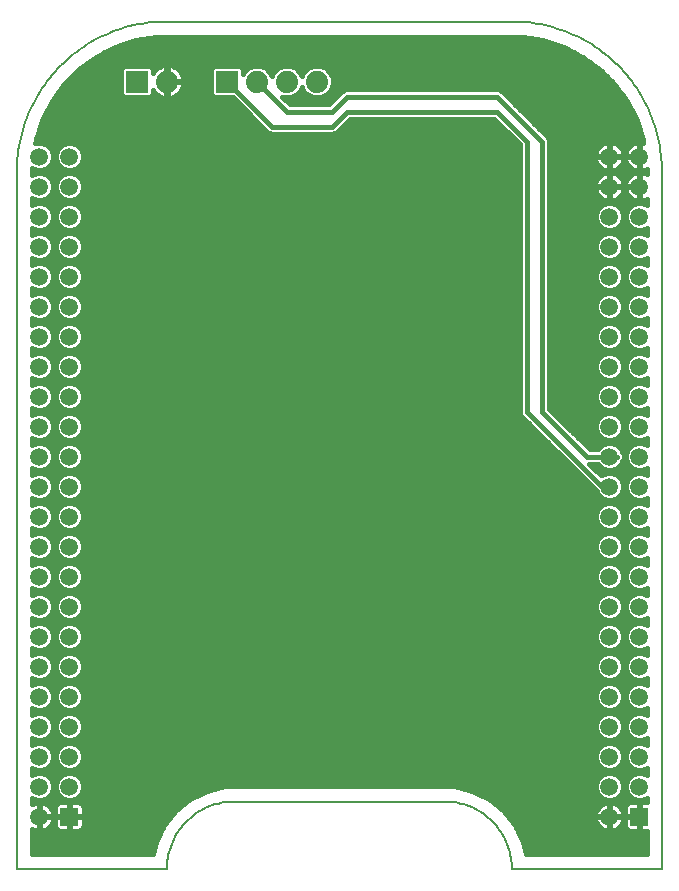
<source format=gbl>
G75*
%MOIN*%
%OFA0B0*%
%FSLAX24Y24*%
%IPPOS*%
%LPD*%
%AMOC8*
5,1,8,0,0,1.08239X$1,22.5*
%
%ADD10C,0.0050*%
%ADD11R,0.0594X0.0594*%
%ADD12C,0.0594*%
%ADD13R,0.0740X0.0740*%
%ADD14C,0.0740*%
%ADD15C,0.0160*%
D10*
X000500Y006250D02*
X005500Y006250D01*
X005502Y006343D01*
X005508Y006436D01*
X005517Y006528D01*
X005531Y006620D01*
X005548Y006712D01*
X005569Y006802D01*
X005594Y006892D01*
X005622Y006981D01*
X005654Y007068D01*
X005690Y007154D01*
X005729Y007238D01*
X005771Y007321D01*
X005817Y007402D01*
X005866Y007481D01*
X005919Y007557D01*
X005974Y007632D01*
X006033Y007704D01*
X006095Y007774D01*
X006159Y007841D01*
X006226Y007905D01*
X006296Y007967D01*
X006368Y008026D01*
X006443Y008081D01*
X006519Y008134D01*
X006598Y008183D01*
X006679Y008229D01*
X006762Y008271D01*
X006846Y008310D01*
X006932Y008346D01*
X007019Y008378D01*
X007108Y008406D01*
X007198Y008431D01*
X007288Y008452D01*
X007380Y008469D01*
X007472Y008483D01*
X007564Y008492D01*
X007657Y008498D01*
X007750Y008500D01*
X014750Y008500D01*
X014843Y008498D01*
X014936Y008492D01*
X015028Y008483D01*
X015120Y008469D01*
X015212Y008452D01*
X015302Y008431D01*
X015392Y008406D01*
X015481Y008378D01*
X015568Y008346D01*
X015654Y008310D01*
X015738Y008271D01*
X015821Y008229D01*
X015902Y008183D01*
X015981Y008134D01*
X016057Y008081D01*
X016132Y008026D01*
X016204Y007967D01*
X016274Y007905D01*
X016341Y007841D01*
X016405Y007774D01*
X016467Y007704D01*
X016526Y007632D01*
X016581Y007557D01*
X016634Y007481D01*
X016683Y007402D01*
X016729Y007321D01*
X016771Y007238D01*
X016810Y007154D01*
X016846Y007068D01*
X016878Y006981D01*
X016906Y006892D01*
X016931Y006802D01*
X016952Y006712D01*
X016969Y006620D01*
X016983Y006528D01*
X016992Y006436D01*
X016998Y006343D01*
X017000Y006250D01*
X022000Y006250D01*
X022000Y029500D01*
X021998Y029640D01*
X021992Y029780D01*
X021982Y029920D01*
X021969Y030060D01*
X021951Y030199D01*
X021929Y030338D01*
X021904Y030475D01*
X021875Y030613D01*
X021842Y030749D01*
X021805Y030884D01*
X021764Y031018D01*
X021719Y031151D01*
X021671Y031283D01*
X021619Y031413D01*
X021564Y031542D01*
X021505Y031669D01*
X021442Y031795D01*
X021376Y031919D01*
X021307Y032040D01*
X021234Y032160D01*
X021157Y032278D01*
X021078Y032393D01*
X020995Y032507D01*
X020909Y032617D01*
X020820Y032726D01*
X020728Y032832D01*
X020633Y032935D01*
X020536Y033036D01*
X020435Y033133D01*
X020332Y033228D01*
X020226Y033320D01*
X020117Y033409D01*
X020007Y033495D01*
X019893Y033578D01*
X019778Y033657D01*
X019660Y033734D01*
X019540Y033807D01*
X019419Y033876D01*
X019295Y033942D01*
X019169Y034005D01*
X019042Y034064D01*
X018913Y034119D01*
X018783Y034171D01*
X018651Y034219D01*
X018518Y034264D01*
X018384Y034305D01*
X018249Y034342D01*
X018113Y034375D01*
X017975Y034404D01*
X017838Y034429D01*
X017699Y034451D01*
X017560Y034469D01*
X017420Y034482D01*
X017280Y034492D01*
X017140Y034498D01*
X017000Y034500D01*
X005500Y034500D01*
X005360Y034498D01*
X005220Y034492D01*
X005080Y034482D01*
X004940Y034469D01*
X004801Y034451D01*
X004662Y034429D01*
X004525Y034404D01*
X004387Y034375D01*
X004251Y034342D01*
X004116Y034305D01*
X003982Y034264D01*
X003849Y034219D01*
X003717Y034171D01*
X003587Y034119D01*
X003458Y034064D01*
X003331Y034005D01*
X003205Y033942D01*
X003081Y033876D01*
X002960Y033807D01*
X002840Y033734D01*
X002722Y033657D01*
X002607Y033578D01*
X002493Y033495D01*
X002383Y033409D01*
X002274Y033320D01*
X002168Y033228D01*
X002065Y033133D01*
X001964Y033036D01*
X001867Y032935D01*
X001772Y032832D01*
X001680Y032726D01*
X001591Y032617D01*
X001505Y032507D01*
X001422Y032393D01*
X001343Y032278D01*
X001266Y032160D01*
X001193Y032040D01*
X001124Y031919D01*
X001058Y031795D01*
X000995Y031669D01*
X000936Y031542D01*
X000881Y031413D01*
X000829Y031283D01*
X000781Y031151D01*
X000736Y031018D01*
X000695Y030884D01*
X000658Y030749D01*
X000625Y030613D01*
X000596Y030475D01*
X000571Y030338D01*
X000549Y030199D01*
X000531Y030060D01*
X000518Y029920D01*
X000508Y029780D01*
X000502Y029640D01*
X000500Y029500D01*
X000500Y006250D01*
D11*
X002250Y008000D03*
X021250Y008000D03*
D12*
X021250Y009000D03*
X021250Y010000D03*
X021250Y011000D03*
X021250Y012000D03*
X021250Y013000D03*
X021250Y014000D03*
X021250Y015000D03*
X021250Y016000D03*
X021250Y017000D03*
X021250Y018000D03*
X021250Y019000D03*
X021250Y020000D03*
X021250Y021000D03*
X021250Y022000D03*
X021250Y023000D03*
X021250Y024000D03*
X021250Y025000D03*
X021250Y026000D03*
X021250Y027000D03*
X021250Y028000D03*
X021250Y029000D03*
X021250Y030000D03*
X020250Y030000D03*
X020250Y029000D03*
X020250Y028000D03*
X020250Y027000D03*
X020250Y026000D03*
X020250Y025000D03*
X020250Y024000D03*
X020250Y023000D03*
X020250Y022000D03*
X020250Y021000D03*
X020250Y020000D03*
X020250Y019000D03*
X020250Y018000D03*
X020250Y017000D03*
X020250Y016000D03*
X020250Y015000D03*
X020250Y014000D03*
X020250Y013000D03*
X020250Y012000D03*
X020250Y011000D03*
X020250Y010000D03*
X020250Y009000D03*
X020250Y008000D03*
X002250Y009000D03*
X002250Y010000D03*
X002250Y011000D03*
X002250Y012000D03*
X002250Y013000D03*
X002250Y014000D03*
X002250Y015000D03*
X002250Y016000D03*
X002250Y017000D03*
X002250Y018000D03*
X002250Y019000D03*
X002250Y020000D03*
X002250Y021000D03*
X002250Y022000D03*
X002250Y023000D03*
X002250Y024000D03*
X002250Y025000D03*
X002250Y026000D03*
X002250Y027000D03*
X002250Y028000D03*
X002250Y029000D03*
X002250Y030000D03*
X001250Y030000D03*
X001250Y029000D03*
X001250Y028000D03*
X001250Y027000D03*
X001250Y026000D03*
X001250Y025000D03*
X001250Y024000D03*
X001250Y023000D03*
X001250Y022000D03*
X001250Y021000D03*
X001250Y020000D03*
X001250Y019000D03*
X001250Y018000D03*
X001250Y017000D03*
X001250Y016000D03*
X001250Y015000D03*
X001250Y014000D03*
X001250Y013000D03*
X001250Y012000D03*
X001250Y011000D03*
X001250Y010000D03*
X001250Y009000D03*
X001250Y008000D03*
D13*
X004500Y032500D03*
X007500Y032500D03*
D14*
X008500Y032500D03*
X009500Y032500D03*
X010500Y032500D03*
X005500Y032500D03*
D15*
X005520Y032517D02*
X006970Y032517D01*
X006970Y032359D02*
X006032Y032359D01*
X006036Y032371D02*
X006050Y032457D01*
X006050Y032480D01*
X005520Y032480D01*
X005520Y032520D01*
X006050Y032520D01*
X006050Y032543D01*
X006036Y032629D01*
X006010Y032711D01*
X005970Y032788D01*
X005920Y032858D01*
X005858Y032920D01*
X005788Y032970D01*
X005711Y033010D01*
X005629Y033036D01*
X005543Y033050D01*
X005520Y033050D01*
X005520Y032520D01*
X005480Y032520D01*
X005480Y033050D01*
X005457Y033050D01*
X005371Y033036D01*
X005289Y033010D01*
X005212Y032970D01*
X005142Y032920D01*
X005080Y032858D01*
X005030Y032789D01*
X005030Y032936D01*
X004936Y033030D01*
X004064Y033030D01*
X003970Y032936D01*
X003970Y032064D01*
X004064Y031970D01*
X004936Y031970D01*
X005030Y032064D01*
X005030Y032211D01*
X005080Y032142D01*
X005142Y032080D01*
X005212Y032030D01*
X005289Y031990D01*
X005371Y031964D01*
X005457Y031950D01*
X005480Y031950D01*
X005480Y032480D01*
X005520Y032480D01*
X005520Y031950D01*
X005543Y031950D01*
X005629Y031964D01*
X005711Y031990D01*
X005788Y032030D01*
X005858Y032080D01*
X005920Y032142D01*
X005970Y032212D01*
X006010Y032289D01*
X006036Y032371D01*
X005962Y032200D02*
X006970Y032200D01*
X006970Y032064D02*
X007064Y031970D01*
X007691Y031970D01*
X008797Y030864D01*
X008864Y030797D01*
X008952Y030760D01*
X011048Y030760D01*
X011136Y030797D01*
X011599Y031260D01*
X016401Y031260D01*
X017260Y030401D01*
X017260Y021452D01*
X017297Y021364D01*
X019823Y018838D01*
X019863Y018741D01*
X019991Y018613D01*
X020159Y018543D01*
X020341Y018543D01*
X020509Y018613D01*
X020637Y018741D01*
X020707Y018909D01*
X020707Y019091D01*
X020637Y019259D01*
X020509Y019387D01*
X020341Y019457D01*
X020159Y019457D01*
X019991Y019387D01*
X019972Y019368D01*
X019579Y019760D01*
X019855Y019760D01*
X019863Y019741D01*
X019991Y019613D01*
X020159Y019543D01*
X020341Y019543D01*
X020509Y019613D01*
X020637Y019741D01*
X020677Y019838D01*
X020703Y019864D01*
X020740Y019952D01*
X020740Y020048D01*
X020703Y020136D01*
X020677Y020162D01*
X020637Y020259D01*
X020509Y020387D01*
X020341Y020457D01*
X020159Y020457D01*
X019991Y020387D01*
X019863Y020259D01*
X019855Y020240D01*
X019599Y020240D01*
X018240Y021599D01*
X018240Y030548D01*
X018203Y030636D01*
X016703Y032136D01*
X016636Y032203D01*
X016548Y032240D01*
X011452Y032240D01*
X011364Y032203D01*
X010901Y031740D01*
X009599Y031740D01*
X009352Y031988D01*
X009395Y031970D01*
X009605Y031970D01*
X009800Y032051D01*
X009949Y032200D01*
X010000Y032322D01*
X010051Y032200D01*
X010200Y032051D01*
X010395Y031970D01*
X010605Y031970D01*
X010800Y032051D01*
X010949Y032200D01*
X011030Y032395D01*
X011030Y032605D01*
X010949Y032800D01*
X010800Y032949D01*
X010605Y033030D01*
X010395Y033030D01*
X010200Y032949D01*
X010051Y032800D01*
X010000Y032678D01*
X009949Y032800D01*
X009800Y032949D01*
X009605Y033030D01*
X009395Y033030D01*
X009200Y032949D01*
X009051Y032800D01*
X009000Y032678D01*
X008949Y032800D01*
X008800Y032949D01*
X008605Y033030D01*
X008395Y033030D01*
X008200Y032949D01*
X008051Y032800D01*
X008030Y032750D01*
X008030Y032936D01*
X007936Y033030D01*
X007064Y033030D01*
X006970Y032936D01*
X006970Y032064D01*
X006992Y032042D02*
X005805Y032042D01*
X005520Y032042D02*
X005480Y032042D01*
X005480Y032200D02*
X005520Y032200D01*
X005520Y032359D02*
X005480Y032359D01*
X005480Y032676D02*
X005520Y032676D01*
X005520Y032834D02*
X005480Y032834D01*
X005480Y032993D02*
X005520Y032993D01*
X005745Y032993D02*
X007026Y032993D01*
X006970Y032834D02*
X005937Y032834D01*
X006021Y032676D02*
X006970Y032676D01*
X007500Y032500D02*
X009000Y031000D01*
X011000Y031000D01*
X011500Y031500D01*
X016500Y031500D01*
X017500Y030500D01*
X017500Y021500D01*
X020000Y019000D01*
X019775Y018886D02*
X002697Y018886D01*
X002707Y018909D02*
X002637Y018741D01*
X002509Y018613D01*
X002341Y018543D01*
X002159Y018543D01*
X001991Y018613D01*
X001863Y018741D01*
X001793Y018909D01*
X001793Y019091D01*
X001863Y019259D01*
X001991Y019387D01*
X002159Y019457D01*
X002341Y019457D01*
X002509Y019387D01*
X002637Y019259D01*
X002707Y019091D01*
X002707Y018909D01*
X002707Y019045D02*
X019616Y019045D01*
X019458Y019203D02*
X002660Y019203D01*
X002535Y019362D02*
X019299Y019362D01*
X019141Y019520D02*
X001005Y019520D01*
X001005Y019607D02*
X001159Y019543D01*
X001341Y019543D01*
X001509Y019613D01*
X001637Y019741D01*
X001707Y019909D01*
X001707Y020091D01*
X001637Y020259D01*
X001509Y020387D01*
X001341Y020457D01*
X001159Y020457D01*
X001005Y020393D01*
X001005Y020607D01*
X001159Y020543D01*
X001341Y020543D01*
X001509Y020613D01*
X001637Y020741D01*
X001707Y020909D01*
X001707Y021091D01*
X001637Y021259D01*
X001509Y021387D01*
X001341Y021457D01*
X001159Y021457D01*
X001005Y021393D01*
X001005Y021607D01*
X001159Y021543D01*
X001341Y021543D01*
X001509Y021613D01*
X001637Y021741D01*
X001707Y021909D01*
X001707Y022091D01*
X001637Y022259D01*
X001509Y022387D01*
X001341Y022457D01*
X001159Y022457D01*
X001005Y022393D01*
X001005Y022607D01*
X001159Y022543D01*
X001341Y022543D01*
X001509Y022613D01*
X001637Y022741D01*
X001707Y022909D01*
X001707Y023091D01*
X001637Y023259D01*
X001509Y023387D01*
X001341Y023457D01*
X001159Y023457D01*
X001005Y023393D01*
X001005Y023607D01*
X001159Y023543D01*
X001341Y023543D01*
X001509Y023613D01*
X001637Y023741D01*
X001707Y023909D01*
X001707Y024091D01*
X001637Y024259D01*
X001509Y024387D01*
X001341Y024457D01*
X001159Y024457D01*
X001005Y024393D01*
X001005Y024607D01*
X001159Y024543D01*
X001341Y024543D01*
X001509Y024613D01*
X001637Y024741D01*
X001707Y024909D01*
X001793Y024909D01*
X001863Y024741D01*
X001991Y024613D01*
X002159Y024543D01*
X002341Y024543D01*
X002509Y024613D01*
X002637Y024741D01*
X002707Y024909D01*
X017260Y024909D01*
X017260Y024751D02*
X002641Y024751D01*
X002707Y024909D02*
X002707Y025091D01*
X002637Y025259D01*
X002509Y025387D01*
X002341Y025457D01*
X002159Y025457D01*
X001991Y025387D01*
X001863Y025259D01*
X001793Y025091D01*
X001793Y024909D01*
X001707Y024909D02*
X001707Y025091D01*
X001637Y025259D01*
X001509Y025387D01*
X001341Y025457D01*
X001159Y025457D01*
X001005Y025393D01*
X001005Y025607D01*
X001159Y025543D01*
X001341Y025543D01*
X001509Y025613D01*
X001637Y025741D01*
X001707Y025909D01*
X001707Y026091D01*
X001637Y026259D01*
X001509Y026387D01*
X001341Y026457D01*
X001159Y026457D01*
X001005Y026393D01*
X001005Y026607D01*
X001159Y026543D01*
X001341Y026543D01*
X001509Y026613D01*
X001637Y026741D01*
X001707Y026909D01*
X001707Y027091D01*
X001637Y027259D01*
X001509Y027387D01*
X001341Y027457D01*
X001159Y027457D01*
X001005Y027393D01*
X001005Y027607D01*
X001159Y027543D01*
X001341Y027543D01*
X001509Y027613D01*
X001637Y027741D01*
X001707Y027909D01*
X001707Y028091D01*
X001637Y028259D01*
X001509Y028387D01*
X001341Y028457D01*
X001159Y028457D01*
X001005Y028393D01*
X001005Y028607D01*
X001159Y028543D01*
X001341Y028543D01*
X001509Y028613D01*
X001637Y028741D01*
X001707Y028909D01*
X001707Y029091D01*
X001637Y029259D01*
X001509Y029387D01*
X001341Y029457D01*
X001159Y029457D01*
X001005Y029393D01*
X001005Y029500D01*
X001009Y029605D01*
X001159Y029543D01*
X001341Y029543D01*
X001509Y029613D01*
X001637Y029741D01*
X001707Y029909D01*
X001707Y030091D01*
X001637Y030259D01*
X001509Y030387D01*
X001341Y030457D01*
X001159Y030457D01*
X001111Y030437D01*
X001129Y030549D01*
X001347Y031220D01*
X001667Y031849D01*
X002082Y032419D01*
X002581Y032918D01*
X003151Y033333D01*
X003780Y033653D01*
X004451Y033871D01*
X005147Y033981D01*
X005500Y033995D01*
X017000Y033995D01*
X017353Y033981D01*
X018049Y033871D01*
X018720Y033653D01*
X019349Y033333D01*
X019919Y032918D01*
X020418Y032419D01*
X020833Y031849D01*
X021153Y031220D01*
X021371Y030549D01*
X021385Y030457D01*
X021362Y030465D01*
X021288Y030477D01*
X021268Y030477D01*
X021268Y030018D01*
X021232Y030018D01*
X021232Y029982D01*
X020773Y029982D01*
X020773Y029962D01*
X020785Y029888D01*
X020808Y029817D01*
X020842Y029750D01*
X020886Y029689D01*
X020939Y029636D01*
X021000Y029592D01*
X021067Y029558D01*
X021138Y029535D01*
X021212Y029523D01*
X021232Y029523D01*
X021232Y029982D01*
X021268Y029982D01*
X021268Y029523D01*
X021288Y029523D01*
X021362Y029535D01*
X021433Y029558D01*
X021492Y029588D01*
X021495Y029500D01*
X021495Y029410D01*
X021433Y029442D01*
X021362Y029465D01*
X021288Y029477D01*
X021268Y029477D01*
X021268Y029018D01*
X021232Y029018D01*
X021232Y028982D01*
X021268Y028982D01*
X021268Y028523D01*
X021288Y028523D01*
X021362Y028535D01*
X021433Y028558D01*
X021495Y028590D01*
X021495Y028393D01*
X021341Y028457D01*
X021159Y028457D01*
X020991Y028387D01*
X020863Y028259D01*
X020793Y028091D01*
X020793Y027909D01*
X020863Y027741D01*
X020991Y027613D01*
X021159Y027543D01*
X021341Y027543D01*
X021495Y027607D01*
X021495Y027393D01*
X021341Y027457D01*
X021159Y027457D01*
X020991Y027387D01*
X020863Y027259D01*
X020793Y027091D01*
X020793Y026909D01*
X020863Y026741D01*
X020991Y026613D01*
X021159Y026543D01*
X021341Y026543D01*
X021495Y026607D01*
X021495Y026393D01*
X021341Y026457D01*
X021159Y026457D01*
X020991Y026387D01*
X020863Y026259D01*
X020793Y026091D01*
X020793Y025909D01*
X020863Y025741D01*
X020991Y025613D01*
X021159Y025543D01*
X021341Y025543D01*
X021495Y025607D01*
X021495Y025393D01*
X021341Y025457D01*
X021159Y025457D01*
X020991Y025387D01*
X020863Y025259D01*
X020793Y025091D01*
X020793Y024909D01*
X020707Y024909D01*
X020637Y024741D01*
X020509Y024613D01*
X020341Y024543D01*
X020159Y024543D01*
X019991Y024613D01*
X019863Y024741D01*
X019793Y024909D01*
X018240Y024909D01*
X018240Y024751D02*
X019859Y024751D01*
X019793Y024909D02*
X019793Y025091D01*
X019863Y025259D01*
X019991Y025387D01*
X020159Y025457D01*
X020341Y025457D01*
X020509Y025387D01*
X020637Y025259D01*
X020707Y025091D01*
X020707Y024909D01*
X020793Y024909D02*
X020863Y024741D01*
X020991Y024613D01*
X021159Y024543D01*
X021341Y024543D01*
X021495Y024607D01*
X021495Y024393D01*
X021341Y024457D01*
X021159Y024457D01*
X020991Y024387D01*
X020863Y024259D01*
X020793Y024091D01*
X020793Y023909D01*
X020863Y023741D01*
X020991Y023613D01*
X021159Y023543D01*
X021341Y023543D01*
X021495Y023607D01*
X021495Y023393D01*
X021341Y023457D01*
X021159Y023457D01*
X020991Y023387D01*
X020863Y023259D01*
X020793Y023091D01*
X020793Y022909D01*
X020863Y022741D01*
X020991Y022613D01*
X021159Y022543D01*
X021341Y022543D01*
X021495Y022607D01*
X021495Y022393D01*
X021341Y022457D01*
X021159Y022457D01*
X020991Y022387D01*
X020863Y022259D01*
X020793Y022091D01*
X020793Y021909D01*
X020863Y021741D01*
X020991Y021613D01*
X021159Y021543D01*
X021341Y021543D01*
X021495Y021607D01*
X021495Y021393D01*
X021341Y021457D01*
X021159Y021457D01*
X020991Y021387D01*
X020863Y021259D01*
X020793Y021091D01*
X020793Y020909D01*
X020863Y020741D01*
X020991Y020613D01*
X021159Y020543D01*
X021341Y020543D01*
X021495Y020607D01*
X021495Y020393D01*
X021341Y020457D01*
X021159Y020457D01*
X020991Y020387D01*
X020863Y020259D01*
X020793Y020091D01*
X020793Y019909D01*
X020863Y019741D01*
X020991Y019613D01*
X021159Y019543D01*
X021341Y019543D01*
X021495Y019607D01*
X021495Y019393D01*
X021341Y019457D01*
X021159Y019457D01*
X020991Y019387D01*
X020863Y019259D01*
X020793Y019091D01*
X020793Y018909D01*
X020863Y018741D01*
X020991Y018613D01*
X021159Y018543D01*
X021341Y018543D01*
X021495Y018607D01*
X021495Y018393D01*
X021341Y018457D01*
X021159Y018457D01*
X020991Y018387D01*
X020863Y018259D01*
X020793Y018091D01*
X020793Y017909D01*
X020863Y017741D01*
X020991Y017613D01*
X021159Y017543D01*
X021341Y017543D01*
X021495Y017607D01*
X021495Y017393D01*
X021341Y017457D01*
X021159Y017457D01*
X020991Y017387D01*
X020863Y017259D01*
X020793Y017091D01*
X020793Y016909D01*
X020863Y016741D01*
X020991Y016613D01*
X021159Y016543D01*
X021341Y016543D01*
X021495Y016607D01*
X021495Y016393D01*
X021341Y016457D01*
X021159Y016457D01*
X020991Y016387D01*
X020863Y016259D01*
X020793Y016091D01*
X020793Y015909D01*
X020863Y015741D01*
X020991Y015613D01*
X021159Y015543D01*
X021341Y015543D01*
X021495Y015607D01*
X021495Y015393D01*
X021341Y015457D01*
X021159Y015457D01*
X020991Y015387D01*
X020863Y015259D01*
X020793Y015091D01*
X020793Y014909D01*
X020863Y014741D01*
X020991Y014613D01*
X021159Y014543D01*
X021341Y014543D01*
X021495Y014607D01*
X021495Y014393D01*
X021341Y014457D01*
X021159Y014457D01*
X020991Y014387D01*
X020863Y014259D01*
X020793Y014091D01*
X020793Y013909D01*
X020863Y013741D01*
X020991Y013613D01*
X021159Y013543D01*
X021341Y013543D01*
X021495Y013607D01*
X021495Y013393D01*
X021341Y013457D01*
X021159Y013457D01*
X020991Y013387D01*
X020863Y013259D01*
X020793Y013091D01*
X020793Y012909D01*
X020863Y012741D01*
X020991Y012613D01*
X021159Y012543D01*
X021341Y012543D01*
X021495Y012607D01*
X021495Y012393D01*
X021341Y012457D01*
X021159Y012457D01*
X020991Y012387D01*
X020863Y012259D01*
X020793Y012091D01*
X020793Y011909D01*
X020863Y011741D01*
X020991Y011613D01*
X021159Y011543D01*
X021341Y011543D01*
X021495Y011607D01*
X021495Y011393D01*
X021341Y011457D01*
X021159Y011457D01*
X020991Y011387D01*
X020863Y011259D01*
X020793Y011091D01*
X020793Y010909D01*
X020863Y010741D01*
X020991Y010613D01*
X021159Y010543D01*
X021341Y010543D01*
X021495Y010607D01*
X021495Y010393D01*
X021341Y010457D01*
X021159Y010457D01*
X020991Y010387D01*
X020863Y010259D01*
X020793Y010091D01*
X020793Y009909D01*
X020863Y009741D01*
X020991Y009613D01*
X021159Y009543D01*
X021341Y009543D01*
X021495Y009607D01*
X021495Y009393D01*
X021341Y009457D01*
X021159Y009457D01*
X020991Y009387D01*
X020863Y009259D01*
X020793Y009091D01*
X020793Y008909D01*
X020863Y008741D01*
X020991Y008613D01*
X021159Y008543D01*
X021341Y008543D01*
X021495Y008607D01*
X021495Y008477D01*
X021268Y008477D01*
X021268Y008018D01*
X021232Y008018D01*
X021232Y007982D01*
X021268Y007982D01*
X021268Y007523D01*
X021495Y007523D01*
X021495Y006755D01*
X017461Y006755D01*
X017367Y007166D01*
X017097Y007725D01*
X016710Y008210D01*
X016225Y008597D01*
X015666Y008867D01*
X015666Y008867D01*
X015060Y009005D01*
X007440Y009005D01*
X006834Y008867D01*
X006275Y008597D01*
X005790Y008210D01*
X005403Y007725D01*
X005403Y007725D01*
X005133Y007166D01*
X005039Y006755D01*
X001005Y006755D01*
X001005Y007590D01*
X001067Y007558D01*
X001138Y007535D01*
X001212Y007523D01*
X001232Y007523D01*
X001232Y007982D01*
X001268Y007982D01*
X001268Y008018D01*
X001232Y008018D01*
X001232Y008477D01*
X001212Y008477D01*
X001138Y008465D01*
X001067Y008442D01*
X001005Y008410D01*
X001005Y008607D01*
X001159Y008543D01*
X001341Y008543D01*
X001509Y008613D01*
X001637Y008741D01*
X001707Y008909D01*
X001707Y009091D01*
X001637Y009259D01*
X001509Y009387D01*
X001341Y009457D01*
X001159Y009457D01*
X001005Y009393D01*
X001005Y009607D01*
X001159Y009543D01*
X001341Y009543D01*
X001509Y009613D01*
X001637Y009741D01*
X001707Y009909D01*
X001707Y010091D01*
X001637Y010259D01*
X001509Y010387D01*
X001341Y010457D01*
X001159Y010457D01*
X001005Y010393D01*
X001005Y010607D01*
X001159Y010543D01*
X001341Y010543D01*
X001509Y010613D01*
X001637Y010741D01*
X001707Y010909D01*
X001707Y011091D01*
X001637Y011259D01*
X001509Y011387D01*
X001341Y011457D01*
X001159Y011457D01*
X001005Y011393D01*
X001005Y011607D01*
X001159Y011543D01*
X001341Y011543D01*
X001509Y011613D01*
X001637Y011741D01*
X001707Y011909D01*
X001707Y012091D01*
X001637Y012259D01*
X001509Y012387D01*
X001341Y012457D01*
X001159Y012457D01*
X001005Y012393D01*
X001005Y012607D01*
X001159Y012543D01*
X001341Y012543D01*
X001509Y012613D01*
X001637Y012741D01*
X001707Y012909D01*
X001707Y013091D01*
X001637Y013259D01*
X001509Y013387D01*
X001341Y013457D01*
X001159Y013457D01*
X001005Y013393D01*
X001005Y013607D01*
X001159Y013543D01*
X001341Y013543D01*
X001509Y013613D01*
X001637Y013741D01*
X001707Y013909D01*
X001707Y014091D01*
X001637Y014259D01*
X001509Y014387D01*
X001341Y014457D01*
X001159Y014457D01*
X001005Y014393D01*
X001005Y014607D01*
X001159Y014543D01*
X001341Y014543D01*
X001509Y014613D01*
X001637Y014741D01*
X001707Y014909D01*
X001707Y015091D01*
X001637Y015259D01*
X001509Y015387D01*
X001341Y015457D01*
X001159Y015457D01*
X001005Y015393D01*
X001005Y015607D01*
X001159Y015543D01*
X001341Y015543D01*
X001509Y015613D01*
X001637Y015741D01*
X001707Y015909D01*
X001707Y016091D01*
X001637Y016259D01*
X001509Y016387D01*
X001341Y016457D01*
X001159Y016457D01*
X001005Y016393D01*
X001005Y016607D01*
X001159Y016543D01*
X001341Y016543D01*
X001509Y016613D01*
X001637Y016741D01*
X001707Y016909D01*
X001707Y017091D01*
X001637Y017259D01*
X001509Y017387D01*
X001341Y017457D01*
X001159Y017457D01*
X001005Y017393D01*
X001005Y017607D01*
X001159Y017543D01*
X001341Y017543D01*
X001509Y017613D01*
X001637Y017741D01*
X001707Y017909D01*
X001707Y018091D01*
X001637Y018259D01*
X001509Y018387D01*
X001341Y018457D01*
X001159Y018457D01*
X001005Y018393D01*
X001005Y018607D01*
X001159Y018543D01*
X001341Y018543D01*
X001509Y018613D01*
X001637Y018741D01*
X001707Y018909D01*
X001707Y019091D01*
X001637Y019259D01*
X001509Y019387D01*
X001341Y019457D01*
X001159Y019457D01*
X001005Y019393D01*
X001005Y019607D01*
X001535Y019362D02*
X001965Y019362D01*
X001840Y019203D02*
X001660Y019203D01*
X001707Y019045D02*
X001793Y019045D01*
X001803Y018886D02*
X001697Y018886D01*
X001624Y018728D02*
X001876Y018728D01*
X002097Y018569D02*
X001403Y018569D01*
X001453Y018411D02*
X002047Y018411D01*
X001991Y018387D02*
X002159Y018457D01*
X002341Y018457D01*
X002509Y018387D01*
X002637Y018259D01*
X002707Y018091D01*
X002707Y017909D01*
X002637Y017741D01*
X002509Y017613D01*
X002341Y017543D01*
X002159Y017543D01*
X001991Y017613D01*
X001863Y017741D01*
X001793Y017909D01*
X001793Y018091D01*
X001863Y018259D01*
X001991Y018387D01*
X001860Y018252D02*
X001640Y018252D01*
X001706Y018094D02*
X001794Y018094D01*
X001793Y017935D02*
X001707Y017935D01*
X001652Y017777D02*
X001848Y017777D01*
X001986Y017618D02*
X001514Y017618D01*
X001595Y017301D02*
X001905Y017301D01*
X001863Y017259D02*
X001793Y017091D01*
X001793Y016909D01*
X001863Y016741D01*
X001991Y016613D01*
X002159Y016543D01*
X002341Y016543D01*
X002509Y016613D01*
X002637Y016741D01*
X002707Y016909D01*
X002707Y017091D01*
X002637Y017259D01*
X002509Y017387D01*
X002341Y017457D01*
X002159Y017457D01*
X001991Y017387D01*
X001863Y017259D01*
X001815Y017143D02*
X001685Y017143D01*
X001707Y016984D02*
X001793Y016984D01*
X001828Y016826D02*
X001672Y016826D01*
X001563Y016667D02*
X001937Y016667D01*
X001991Y016387D02*
X001863Y016259D01*
X001793Y016091D01*
X001793Y015909D01*
X001863Y015741D01*
X001991Y015613D01*
X002159Y015543D01*
X002341Y015543D01*
X002509Y015613D01*
X002637Y015741D01*
X002707Y015909D01*
X002707Y016091D01*
X002637Y016259D01*
X002509Y016387D01*
X002341Y016457D01*
X002159Y016457D01*
X001991Y016387D01*
X001954Y016350D02*
X001546Y016350D01*
X001665Y016192D02*
X001835Y016192D01*
X001793Y016033D02*
X001707Y016033D01*
X001693Y015875D02*
X001807Y015875D01*
X001888Y015716D02*
X001612Y015716D01*
X001376Y015558D02*
X002124Y015558D01*
X002159Y015457D02*
X001991Y015387D01*
X001863Y015259D01*
X001793Y015091D01*
X001793Y014909D01*
X001863Y014741D01*
X001991Y014613D01*
X002159Y014543D01*
X002341Y014543D01*
X002509Y014613D01*
X002637Y014741D01*
X002707Y014909D01*
X002707Y015091D01*
X002637Y015259D01*
X002509Y015387D01*
X002341Y015457D01*
X002159Y015457D01*
X002020Y015399D02*
X001480Y015399D01*
X001645Y015241D02*
X001855Y015241D01*
X001793Y015082D02*
X001707Y015082D01*
X001707Y014924D02*
X001793Y014924D01*
X001853Y014765D02*
X001647Y014765D01*
X001494Y014607D02*
X002006Y014607D01*
X002138Y014448D02*
X001362Y014448D01*
X001138Y014448D02*
X001005Y014448D01*
X001005Y014607D02*
X001006Y014607D01*
X001005Y015399D02*
X001020Y015399D01*
X001005Y015558D02*
X001124Y015558D01*
X001005Y016509D02*
X021495Y016509D01*
X020954Y016350D02*
X020546Y016350D01*
X020509Y016387D02*
X020341Y016457D01*
X020159Y016457D01*
X019991Y016387D01*
X019863Y016259D01*
X019793Y016091D01*
X019793Y015909D01*
X019863Y015741D01*
X019991Y015613D01*
X020159Y015543D01*
X020341Y015543D01*
X020509Y015613D01*
X020637Y015741D01*
X020707Y015909D01*
X020707Y016091D01*
X020637Y016259D01*
X020509Y016387D01*
X020509Y016613D02*
X020637Y016741D01*
X020707Y016909D01*
X020707Y017091D01*
X020637Y017259D01*
X020509Y017387D01*
X020341Y017457D01*
X020159Y017457D01*
X019991Y017387D01*
X019863Y017259D01*
X019793Y017091D01*
X019793Y016909D01*
X019863Y016741D01*
X019991Y016613D01*
X020159Y016543D01*
X020341Y016543D01*
X020509Y016613D01*
X020563Y016667D02*
X020937Y016667D01*
X020828Y016826D02*
X020672Y016826D01*
X020707Y016984D02*
X020793Y016984D01*
X020815Y017143D02*
X020685Y017143D01*
X020595Y017301D02*
X020905Y017301D01*
X020986Y017618D02*
X020514Y017618D01*
X020509Y017613D02*
X020637Y017741D01*
X020707Y017909D01*
X020707Y018091D01*
X020637Y018259D01*
X020509Y018387D01*
X020341Y018457D01*
X020159Y018457D01*
X019991Y018387D01*
X019863Y018259D01*
X019793Y018091D01*
X019793Y017909D01*
X019863Y017741D01*
X019991Y017613D01*
X020159Y017543D01*
X020341Y017543D01*
X020509Y017613D01*
X020652Y017777D02*
X020848Y017777D01*
X020793Y017935D02*
X020707Y017935D01*
X020706Y018094D02*
X020794Y018094D01*
X020860Y018252D02*
X020640Y018252D01*
X020453Y018411D02*
X021047Y018411D01*
X021097Y018569D02*
X020403Y018569D01*
X020624Y018728D02*
X020876Y018728D01*
X020803Y018886D02*
X020697Y018886D01*
X020707Y019045D02*
X020793Y019045D01*
X020840Y019203D02*
X020660Y019203D01*
X020535Y019362D02*
X020965Y019362D01*
X020925Y019679D02*
X020575Y019679D01*
X020677Y019837D02*
X020823Y019837D01*
X020793Y019996D02*
X020740Y019996D01*
X020685Y020154D02*
X020819Y020154D01*
X020916Y020313D02*
X020584Y020313D01*
X020509Y020613D02*
X020341Y020543D01*
X020159Y020543D01*
X019991Y020613D01*
X019863Y020741D01*
X019793Y020909D01*
X019793Y021091D01*
X019863Y021259D01*
X019991Y021387D01*
X020159Y021457D01*
X020341Y021457D01*
X020509Y021387D01*
X020637Y021259D01*
X020707Y021091D01*
X020707Y020909D01*
X020637Y020741D01*
X020509Y020613D01*
X020526Y020630D02*
X020974Y020630D01*
X020843Y020788D02*
X020657Y020788D01*
X020707Y020947D02*
X020793Y020947D01*
X020799Y021105D02*
X020701Y021105D01*
X020633Y021264D02*
X020867Y021264D01*
X021075Y021422D02*
X020425Y021422D01*
X020341Y021543D02*
X020509Y021613D01*
X020637Y021741D01*
X020707Y021909D01*
X020707Y022091D01*
X020637Y022259D01*
X020509Y022387D01*
X020341Y022457D01*
X020159Y022457D01*
X019991Y022387D01*
X019863Y022259D01*
X019793Y022091D01*
X019793Y021909D01*
X019863Y021741D01*
X019991Y021613D01*
X020159Y021543D01*
X020341Y021543D01*
X020431Y021581D02*
X021069Y021581D01*
X020865Y021739D02*
X020635Y021739D01*
X020702Y021898D02*
X020798Y021898D01*
X020793Y022056D02*
X020707Y022056D01*
X020656Y022215D02*
X020844Y022215D01*
X020977Y022373D02*
X020523Y022373D01*
X020509Y022613D02*
X020341Y022543D01*
X020159Y022543D01*
X019991Y022613D01*
X019863Y022741D01*
X019793Y022909D01*
X019793Y023091D01*
X019863Y023259D01*
X019991Y023387D01*
X020159Y023457D01*
X020341Y023457D01*
X020509Y023387D01*
X020637Y023259D01*
X020707Y023091D01*
X020707Y022909D01*
X020637Y022741D01*
X020509Y022613D01*
X020586Y022690D02*
X020914Y022690D01*
X020818Y022849D02*
X020682Y022849D01*
X020707Y023007D02*
X020793Y023007D01*
X020824Y023166D02*
X020676Y023166D01*
X020572Y023324D02*
X020928Y023324D01*
X020963Y023641D02*
X020537Y023641D01*
X020509Y023613D02*
X020637Y023741D01*
X020707Y023909D01*
X020707Y024091D01*
X020637Y024259D01*
X020509Y024387D01*
X020341Y024457D01*
X020159Y024457D01*
X019991Y024387D01*
X019863Y024259D01*
X019793Y024091D01*
X019793Y023909D01*
X019863Y023741D01*
X019991Y023613D01*
X020159Y023543D01*
X020341Y023543D01*
X020509Y023613D01*
X020661Y023800D02*
X020839Y023800D01*
X020793Y023958D02*
X020707Y023958D01*
X020696Y024117D02*
X020804Y024117D01*
X020879Y024275D02*
X020621Y024275D01*
X020397Y024434D02*
X021103Y024434D01*
X021041Y024592D02*
X020459Y024592D01*
X020641Y024751D02*
X020859Y024751D01*
X020793Y025068D02*
X020707Y025068D01*
X020651Y025226D02*
X020849Y025226D01*
X020988Y025385D02*
X020512Y025385D01*
X020509Y025613D02*
X020637Y025741D01*
X020707Y025909D01*
X020707Y026091D01*
X020637Y026259D01*
X020509Y026387D01*
X020341Y026457D01*
X020159Y026457D01*
X019991Y026387D01*
X019863Y026259D01*
X019793Y026091D01*
X019793Y025909D01*
X019863Y025741D01*
X019991Y025613D01*
X020159Y025543D01*
X020341Y025543D01*
X020509Y025613D01*
X020598Y025702D02*
X020902Y025702D01*
X020813Y025860D02*
X020687Y025860D01*
X020707Y026019D02*
X020793Y026019D01*
X020829Y026177D02*
X020671Y026177D01*
X020561Y026336D02*
X020939Y026336D01*
X020951Y026653D02*
X020549Y026653D01*
X020509Y026613D02*
X020637Y026741D01*
X020707Y026909D01*
X020707Y027091D01*
X020637Y027259D01*
X020509Y027387D01*
X020341Y027457D01*
X020159Y027457D01*
X019991Y027387D01*
X019863Y027259D01*
X019793Y027091D01*
X019793Y026909D01*
X019863Y026741D01*
X019991Y026613D01*
X020159Y026543D01*
X020341Y026543D01*
X020509Y026613D01*
X020666Y026811D02*
X020834Y026811D01*
X020793Y026970D02*
X020707Y026970D01*
X020691Y027128D02*
X020809Y027128D01*
X020890Y027287D02*
X020610Y027287D01*
X020369Y027445D02*
X021131Y027445D01*
X021013Y027604D02*
X020487Y027604D01*
X020509Y027613D02*
X020637Y027741D01*
X020707Y027909D01*
X020707Y028091D01*
X020637Y028259D01*
X020509Y028387D01*
X020341Y028457D01*
X020159Y028457D01*
X019991Y028387D01*
X019863Y028259D01*
X019793Y028091D01*
X019793Y027909D01*
X019863Y027741D01*
X019991Y027613D01*
X020159Y027543D01*
X020341Y027543D01*
X020509Y027613D01*
X020646Y027762D02*
X020854Y027762D01*
X020793Y027921D02*
X020707Y027921D01*
X020707Y028079D02*
X020793Y028079D01*
X020854Y028238D02*
X020646Y028238D01*
X020488Y028396D02*
X021012Y028396D01*
X021067Y028558D02*
X021138Y028535D01*
X021212Y028523D01*
X021232Y028523D01*
X021232Y028982D01*
X020773Y028982D01*
X020773Y028962D01*
X020785Y028888D01*
X020808Y028817D01*
X020842Y028750D01*
X020886Y028689D01*
X020939Y028636D01*
X021000Y028592D01*
X021067Y028558D01*
X021078Y028555D02*
X020422Y028555D01*
X020433Y028558D02*
X020500Y028592D01*
X020561Y028636D01*
X020614Y028689D01*
X020658Y028750D01*
X020692Y028817D01*
X020715Y028888D01*
X020727Y028962D01*
X020727Y028982D01*
X020268Y028982D01*
X020268Y029018D01*
X020232Y029018D01*
X020232Y028982D01*
X019773Y028982D01*
X019773Y028962D01*
X019785Y028888D01*
X019808Y028817D01*
X019842Y028750D01*
X019886Y028689D01*
X019939Y028636D01*
X020000Y028592D01*
X020067Y028558D01*
X020138Y028535D01*
X020212Y028523D01*
X020232Y028523D01*
X020232Y028982D01*
X020268Y028982D01*
X020268Y028523D01*
X020288Y028523D01*
X020362Y028535D01*
X020433Y028558D01*
X020268Y028555D02*
X020232Y028555D01*
X020078Y028555D02*
X018240Y028555D01*
X018240Y028713D02*
X019869Y028713D01*
X019790Y028872D02*
X018240Y028872D01*
X018240Y029030D02*
X019773Y029030D01*
X019773Y029038D02*
X019773Y029018D01*
X020232Y029018D01*
X020232Y029477D01*
X020212Y029477D01*
X020138Y029465D01*
X020067Y029442D01*
X020000Y029408D01*
X019939Y029364D01*
X019886Y029311D01*
X019842Y029250D01*
X019808Y029183D01*
X019785Y029112D01*
X019773Y029038D01*
X019811Y029189D02*
X018240Y029189D01*
X018240Y029347D02*
X019923Y029347D01*
X020067Y029558D02*
X020138Y029535D01*
X020212Y029523D01*
X020232Y029523D01*
X020232Y029982D01*
X019773Y029982D01*
X019773Y029962D01*
X019785Y029888D01*
X019808Y029817D01*
X019842Y029750D01*
X019886Y029689D01*
X019939Y029636D01*
X020000Y029592D01*
X020067Y029558D01*
X019912Y029664D02*
X018240Y029664D01*
X018240Y029506D02*
X021495Y029506D01*
X021232Y029477D02*
X021212Y029477D01*
X021138Y029465D01*
X021067Y029442D01*
X021000Y029408D01*
X020939Y029364D01*
X020886Y029311D01*
X020842Y029250D01*
X020808Y029183D01*
X020785Y029112D01*
X020773Y029038D01*
X020773Y029018D01*
X021232Y029018D01*
X021232Y029477D01*
X021232Y029347D02*
X021268Y029347D01*
X021268Y029189D02*
X021232Y029189D01*
X021232Y029030D02*
X021268Y029030D01*
X021268Y028872D02*
X021232Y028872D01*
X021232Y028713D02*
X021268Y028713D01*
X021268Y028555D02*
X021232Y028555D01*
X021422Y028555D02*
X021495Y028555D01*
X021488Y028396D02*
X021495Y028396D01*
X020869Y028713D02*
X020631Y028713D01*
X020710Y028872D02*
X020790Y028872D01*
X020773Y029030D02*
X020727Y029030D01*
X020727Y029038D02*
X020715Y029112D01*
X020692Y029183D01*
X020658Y029250D01*
X020614Y029311D01*
X020561Y029364D01*
X020500Y029408D01*
X020433Y029442D01*
X020362Y029465D01*
X020288Y029477D01*
X020268Y029477D01*
X020268Y029018D01*
X020727Y029018D01*
X020727Y029038D01*
X020689Y029189D02*
X020811Y029189D01*
X020923Y029347D02*
X020577Y029347D01*
X020433Y029558D02*
X020362Y029535D01*
X020288Y029523D01*
X020268Y029523D01*
X020268Y029982D01*
X020268Y030018D01*
X020232Y030018D01*
X020232Y029982D01*
X020268Y029982D01*
X020727Y029982D01*
X020727Y029962D01*
X020715Y029888D01*
X020692Y029817D01*
X020658Y029750D01*
X020614Y029689D01*
X020561Y029636D01*
X020500Y029592D01*
X020433Y029558D01*
X020588Y029664D02*
X020912Y029664D01*
X020806Y029823D02*
X020694Y029823D01*
X020727Y029981D02*
X020773Y029981D01*
X020773Y030018D02*
X021232Y030018D01*
X021232Y030477D01*
X021212Y030477D01*
X021138Y030465D01*
X021067Y030442D01*
X021000Y030408D01*
X020939Y030364D01*
X020886Y030311D01*
X020842Y030250D01*
X020808Y030183D01*
X020785Y030112D01*
X020773Y030038D01*
X020773Y030018D01*
X020727Y030018D02*
X020727Y030038D01*
X020715Y030112D01*
X020692Y030183D01*
X020658Y030250D01*
X020614Y030311D01*
X020561Y030364D01*
X020500Y030408D01*
X020433Y030442D01*
X020362Y030465D01*
X020288Y030477D01*
X020268Y030477D01*
X020268Y030018D01*
X020727Y030018D01*
X020706Y030140D02*
X020794Y030140D01*
X020877Y030298D02*
X020623Y030298D01*
X020388Y030457D02*
X021112Y030457D01*
X021232Y030457D02*
X021268Y030457D01*
X021268Y030298D02*
X021232Y030298D01*
X021232Y030140D02*
X021268Y030140D01*
X021268Y029981D02*
X021232Y029981D01*
X021232Y029823D02*
X021268Y029823D01*
X021268Y029664D02*
X021232Y029664D01*
X021349Y030615D02*
X018212Y030615D01*
X018240Y030457D02*
X020112Y030457D01*
X020138Y030465D02*
X020067Y030442D01*
X020000Y030408D01*
X019939Y030364D01*
X019886Y030311D01*
X019842Y030250D01*
X019808Y030183D01*
X019785Y030112D01*
X019773Y030038D01*
X019773Y030018D01*
X020232Y030018D01*
X020232Y030477D01*
X020212Y030477D01*
X020138Y030465D01*
X020232Y030457D02*
X020268Y030457D01*
X020268Y030298D02*
X020232Y030298D01*
X020232Y030140D02*
X020268Y030140D01*
X020268Y029981D02*
X020232Y029981D01*
X020232Y029823D02*
X020268Y029823D01*
X020268Y029664D02*
X020232Y029664D01*
X020232Y029347D02*
X020268Y029347D01*
X020268Y029189D02*
X020232Y029189D01*
X020232Y029030D02*
X020268Y029030D01*
X020268Y028872D02*
X020232Y028872D01*
X020232Y028713D02*
X020268Y028713D01*
X020012Y028396D02*
X018240Y028396D01*
X018240Y028238D02*
X019854Y028238D01*
X019793Y028079D02*
X018240Y028079D01*
X018240Y027921D02*
X019793Y027921D01*
X019854Y027762D02*
X018240Y027762D01*
X018240Y027604D02*
X020013Y027604D01*
X020131Y027445D02*
X018240Y027445D01*
X018240Y027287D02*
X019890Y027287D01*
X019809Y027128D02*
X018240Y027128D01*
X018240Y026970D02*
X019793Y026970D01*
X019834Y026811D02*
X018240Y026811D01*
X018240Y026653D02*
X019951Y026653D01*
X019939Y026336D02*
X018240Y026336D01*
X018240Y026494D02*
X021495Y026494D01*
X021495Y025543D02*
X018240Y025543D01*
X018240Y025385D02*
X019988Y025385D01*
X019849Y025226D02*
X018240Y025226D01*
X018240Y025068D02*
X019793Y025068D01*
X020041Y024592D02*
X018240Y024592D01*
X018240Y024434D02*
X020103Y024434D01*
X019879Y024275D02*
X018240Y024275D01*
X018240Y024117D02*
X019804Y024117D01*
X019793Y023958D02*
X018240Y023958D01*
X018240Y023800D02*
X019839Y023800D01*
X019963Y023641D02*
X018240Y023641D01*
X018240Y023483D02*
X021495Y023483D01*
X021495Y024434D02*
X021397Y024434D01*
X021459Y024592D02*
X021495Y024592D01*
X021495Y022532D02*
X018240Y022532D01*
X018240Y022690D02*
X019914Y022690D01*
X019818Y022849D02*
X018240Y022849D01*
X018240Y023007D02*
X019793Y023007D01*
X019824Y023166D02*
X018240Y023166D01*
X018240Y023324D02*
X019928Y023324D01*
X019977Y022373D02*
X018240Y022373D01*
X018240Y022215D02*
X019844Y022215D01*
X019793Y022056D02*
X018240Y022056D01*
X018240Y021898D02*
X019798Y021898D01*
X019865Y021739D02*
X018240Y021739D01*
X018259Y021581D02*
X020069Y021581D01*
X020075Y021422D02*
X018417Y021422D01*
X018576Y021264D02*
X019867Y021264D01*
X019799Y021105D02*
X018734Y021105D01*
X018893Y020947D02*
X019793Y020947D01*
X019843Y020788D02*
X019051Y020788D01*
X019210Y020630D02*
X019974Y020630D01*
X019916Y020313D02*
X019527Y020313D01*
X019368Y020471D02*
X021495Y020471D01*
X021495Y021422D02*
X021425Y021422D01*
X021431Y021581D02*
X021495Y021581D01*
X020500Y020000D02*
X019500Y020000D01*
X018000Y021500D01*
X018000Y030500D01*
X016500Y032000D01*
X011500Y032000D01*
X011000Y031500D01*
X009500Y031500D01*
X008500Y032500D01*
X008304Y032993D02*
X007974Y032993D01*
X008030Y032834D02*
X008085Y032834D01*
X008696Y032993D02*
X009304Y032993D01*
X009085Y032834D02*
X008915Y032834D01*
X009696Y032993D02*
X010304Y032993D01*
X010085Y032834D02*
X009915Y032834D01*
X009949Y032200D02*
X010051Y032200D01*
X010222Y032042D02*
X009778Y032042D01*
X009456Y031883D02*
X011044Y031883D01*
X011202Y032042D02*
X010778Y032042D01*
X010949Y032200D02*
X011361Y032200D01*
X011015Y032359D02*
X020462Y032359D01*
X020577Y032200D02*
X016639Y032200D01*
X016798Y032042D02*
X020692Y032042D01*
X020808Y031883D02*
X016956Y031883D01*
X017115Y031725D02*
X020896Y031725D01*
X020977Y031566D02*
X017273Y031566D01*
X017432Y031408D02*
X021057Y031408D01*
X021138Y031249D02*
X017590Y031249D01*
X017749Y031091D02*
X021195Y031091D01*
X021246Y030932D02*
X017907Y030932D01*
X018066Y030774D02*
X021298Y030774D01*
X020320Y032517D02*
X011030Y032517D01*
X011001Y032676D02*
X020162Y032676D01*
X020003Y032834D02*
X010915Y032834D01*
X010696Y032993D02*
X019817Y032993D01*
X019599Y033151D02*
X002901Y033151D01*
X002683Y032993D02*
X004026Y032993D01*
X003970Y032834D02*
X002497Y032834D01*
X002338Y032676D02*
X003970Y032676D01*
X003970Y032517D02*
X002180Y032517D01*
X002038Y032359D02*
X003970Y032359D01*
X003970Y032200D02*
X001923Y032200D01*
X001808Y032042D02*
X003992Y032042D01*
X003417Y033468D02*
X019083Y033468D01*
X019380Y033310D02*
X003120Y033310D01*
X003728Y033627D02*
X018772Y033627D01*
X018313Y033785D02*
X004187Y033785D01*
X004910Y033944D02*
X017590Y033944D01*
X016412Y031249D02*
X011588Y031249D01*
X011430Y031091D02*
X016570Y031091D01*
X016729Y030932D02*
X011271Y030932D01*
X011080Y030774D02*
X016887Y030774D01*
X017046Y030615D02*
X001151Y030615D01*
X001158Y030457D02*
X001114Y030457D01*
X001342Y030457D02*
X002158Y030457D01*
X002159Y030457D02*
X001991Y030387D01*
X001863Y030259D01*
X001793Y030091D01*
X001793Y029909D01*
X001863Y029741D01*
X001991Y029613D01*
X002159Y029543D01*
X002341Y029543D01*
X002509Y029613D01*
X002637Y029741D01*
X002707Y029909D01*
X002707Y030091D01*
X002637Y030259D01*
X002509Y030387D01*
X002341Y030457D01*
X002159Y030457D01*
X002342Y030457D02*
X017204Y030457D01*
X017260Y030298D02*
X002598Y030298D01*
X002687Y030140D02*
X017260Y030140D01*
X017260Y029981D02*
X002707Y029981D01*
X002671Y029823D02*
X017260Y029823D01*
X017260Y029664D02*
X002560Y029664D01*
X002509Y029387D02*
X002341Y029457D01*
X002159Y029457D01*
X001991Y029387D01*
X001863Y029259D01*
X001793Y029091D01*
X001793Y028909D01*
X001863Y028741D01*
X001991Y028613D01*
X002159Y028543D01*
X002341Y028543D01*
X002509Y028613D01*
X002637Y028741D01*
X002707Y028909D01*
X002707Y029091D01*
X002637Y029259D01*
X002509Y029387D01*
X002549Y029347D02*
X017260Y029347D01*
X017260Y029189D02*
X002666Y029189D01*
X002707Y029030D02*
X017260Y029030D01*
X017260Y028872D02*
X002691Y028872D01*
X002609Y028713D02*
X017260Y028713D01*
X017260Y028555D02*
X002368Y028555D01*
X002341Y028457D02*
X002159Y028457D01*
X001991Y028387D01*
X001863Y028259D01*
X001793Y028091D01*
X001793Y027909D01*
X001863Y027741D01*
X001991Y027613D01*
X002159Y027543D01*
X002341Y027543D01*
X002509Y027613D01*
X002637Y027741D01*
X002707Y027909D01*
X002707Y028091D01*
X002637Y028259D01*
X002509Y028387D01*
X002341Y028457D01*
X002488Y028396D02*
X017260Y028396D01*
X017260Y028238D02*
X002646Y028238D01*
X002707Y028079D02*
X017260Y028079D01*
X017260Y027921D02*
X002707Y027921D01*
X002646Y027762D02*
X017260Y027762D01*
X017260Y027604D02*
X002487Y027604D01*
X002369Y027445D02*
X017260Y027445D01*
X017260Y027287D02*
X002610Y027287D01*
X002637Y027259D02*
X002509Y027387D01*
X002341Y027457D01*
X002159Y027457D01*
X001991Y027387D01*
X001863Y027259D01*
X001793Y027091D01*
X001793Y026909D01*
X001863Y026741D01*
X001991Y026613D01*
X002159Y026543D01*
X002341Y026543D01*
X002509Y026613D01*
X002637Y026741D01*
X002707Y026909D01*
X002707Y027091D01*
X002637Y027259D01*
X002691Y027128D02*
X017260Y027128D01*
X017260Y026970D02*
X002707Y026970D01*
X002666Y026811D02*
X017260Y026811D01*
X017260Y026653D02*
X002549Y026653D01*
X002509Y026387D02*
X002341Y026457D01*
X002159Y026457D01*
X001991Y026387D01*
X001863Y026259D01*
X001793Y026091D01*
X001793Y025909D01*
X001863Y025741D01*
X001991Y025613D01*
X002159Y025543D01*
X002341Y025543D01*
X002509Y025613D01*
X002637Y025741D01*
X002707Y025909D01*
X002707Y026091D01*
X002637Y026259D01*
X002509Y026387D01*
X002561Y026336D02*
X017260Y026336D01*
X017260Y026494D02*
X001005Y026494D01*
X001549Y026653D02*
X001951Y026653D01*
X001834Y026811D02*
X001666Y026811D01*
X001707Y026970D02*
X001793Y026970D01*
X001809Y027128D02*
X001691Y027128D01*
X001610Y027287D02*
X001890Y027287D01*
X002131Y027445D02*
X001369Y027445D01*
X001487Y027604D02*
X002013Y027604D01*
X001854Y027762D02*
X001646Y027762D01*
X001707Y027921D02*
X001793Y027921D01*
X001793Y028079D02*
X001707Y028079D01*
X001646Y028238D02*
X001854Y028238D01*
X002012Y028396D02*
X001488Y028396D01*
X001368Y028555D02*
X002132Y028555D01*
X001891Y028713D02*
X001609Y028713D01*
X001691Y028872D02*
X001809Y028872D01*
X001793Y029030D02*
X001707Y029030D01*
X001666Y029189D02*
X001834Y029189D01*
X001951Y029347D02*
X001549Y029347D01*
X001560Y029664D02*
X001940Y029664D01*
X001829Y029823D02*
X001671Y029823D01*
X001707Y029981D02*
X001793Y029981D01*
X001813Y030140D02*
X001687Y030140D01*
X001598Y030298D02*
X001902Y030298D01*
X001202Y030774D02*
X008920Y030774D01*
X008729Y030932D02*
X001254Y030932D01*
X001305Y031091D02*
X008570Y031091D01*
X008412Y031249D02*
X001362Y031249D01*
X001443Y031408D02*
X008253Y031408D01*
X008095Y031566D02*
X001523Y031566D01*
X001604Y031725D02*
X007936Y031725D01*
X007778Y031883D02*
X001692Y031883D01*
X001005Y029506D02*
X017260Y029506D01*
X018240Y029823D02*
X019806Y029823D01*
X019773Y029981D02*
X018240Y029981D01*
X018240Y030140D02*
X019794Y030140D01*
X019877Y030298D02*
X018240Y030298D01*
X018240Y026177D02*
X019829Y026177D01*
X019793Y026019D02*
X018240Y026019D01*
X018240Y025860D02*
X019813Y025860D01*
X019902Y025702D02*
X018240Y025702D01*
X017260Y025702D02*
X002598Y025702D01*
X002687Y025860D02*
X017260Y025860D01*
X017260Y026019D02*
X002707Y026019D01*
X002671Y026177D02*
X017260Y026177D01*
X017260Y025543D02*
X001005Y025543D01*
X001512Y025385D02*
X001988Y025385D01*
X001849Y025226D02*
X001651Y025226D01*
X001707Y025068D02*
X001793Y025068D01*
X001859Y024751D02*
X001641Y024751D01*
X001459Y024592D02*
X002041Y024592D01*
X002103Y024434D02*
X001397Y024434D01*
X001621Y024275D02*
X001879Y024275D01*
X001863Y024259D02*
X001793Y024091D01*
X001793Y023909D01*
X001863Y023741D01*
X001991Y023613D01*
X002159Y023543D01*
X002341Y023543D01*
X002509Y023613D01*
X002637Y023741D01*
X002707Y023909D01*
X002707Y024091D01*
X002637Y024259D01*
X002509Y024387D01*
X002341Y024457D01*
X002159Y024457D01*
X001991Y024387D01*
X001863Y024259D01*
X001804Y024117D02*
X001696Y024117D01*
X001707Y023958D02*
X001793Y023958D01*
X001839Y023800D02*
X001661Y023800D01*
X001537Y023641D02*
X001963Y023641D01*
X001991Y023387D02*
X001863Y023259D01*
X001793Y023091D01*
X001793Y022909D01*
X001863Y022741D01*
X001991Y022613D01*
X002159Y022543D01*
X002341Y022543D01*
X002509Y022613D01*
X002637Y022741D01*
X002707Y022909D01*
X002707Y023091D01*
X002637Y023259D01*
X002509Y023387D01*
X002341Y023457D01*
X002159Y023457D01*
X001991Y023387D01*
X001928Y023324D02*
X001572Y023324D01*
X001676Y023166D02*
X001824Y023166D01*
X001793Y023007D02*
X001707Y023007D01*
X001682Y022849D02*
X001818Y022849D01*
X001914Y022690D02*
X001586Y022690D01*
X001523Y022373D02*
X001977Y022373D01*
X001991Y022387D02*
X001863Y022259D01*
X001793Y022091D01*
X001793Y021909D01*
X001863Y021741D01*
X001991Y021613D01*
X002159Y021543D01*
X002341Y021543D01*
X002509Y021613D01*
X002637Y021741D01*
X002707Y021909D01*
X002707Y022091D01*
X002637Y022259D01*
X002509Y022387D01*
X002341Y022457D01*
X002159Y022457D01*
X001991Y022387D01*
X001844Y022215D02*
X001656Y022215D01*
X001707Y022056D02*
X001793Y022056D01*
X001798Y021898D02*
X001702Y021898D01*
X001635Y021739D02*
X001865Y021739D01*
X002069Y021581D02*
X001431Y021581D01*
X001425Y021422D02*
X002075Y021422D01*
X002159Y021457D02*
X001991Y021387D01*
X001863Y021259D01*
X001793Y021091D01*
X001793Y020909D01*
X001863Y020741D01*
X001991Y020613D01*
X002159Y020543D01*
X002341Y020543D01*
X002509Y020613D01*
X002637Y020741D01*
X002707Y020909D01*
X002707Y021091D01*
X002637Y021259D01*
X002509Y021387D01*
X002341Y021457D01*
X002159Y021457D01*
X002425Y021422D02*
X017273Y021422D01*
X017260Y021581D02*
X002431Y021581D01*
X002635Y021739D02*
X017260Y021739D01*
X017260Y021898D02*
X002702Y021898D01*
X002707Y022056D02*
X017260Y022056D01*
X017260Y022215D02*
X002656Y022215D01*
X002523Y022373D02*
X017260Y022373D01*
X017260Y022532D02*
X001005Y022532D01*
X001005Y021581D02*
X001069Y021581D01*
X001075Y021422D02*
X001005Y021422D01*
X001526Y020630D02*
X001974Y020630D01*
X001843Y020788D02*
X001657Y020788D01*
X001707Y020947D02*
X001793Y020947D01*
X001799Y021105D02*
X001701Y021105D01*
X001633Y021264D02*
X001867Y021264D01*
X002633Y021264D02*
X017397Y021264D01*
X017556Y021105D02*
X002701Y021105D01*
X002707Y020947D02*
X017714Y020947D01*
X017873Y020788D02*
X002657Y020788D01*
X002526Y020630D02*
X018031Y020630D01*
X018190Y020471D02*
X001005Y020471D01*
X001584Y020313D02*
X001916Y020313D01*
X001863Y020259D02*
X001793Y020091D01*
X001793Y019909D01*
X001863Y019741D01*
X001991Y019613D01*
X002159Y019543D01*
X002341Y019543D01*
X002509Y019613D01*
X002637Y019741D01*
X002707Y019909D01*
X002707Y020091D01*
X002637Y020259D01*
X002509Y020387D01*
X002341Y020457D01*
X002159Y020457D01*
X001991Y020387D01*
X001863Y020259D01*
X001819Y020154D02*
X001681Y020154D01*
X001707Y019996D02*
X001793Y019996D01*
X001823Y019837D02*
X001677Y019837D01*
X001575Y019679D02*
X001925Y019679D01*
X002575Y019679D02*
X018982Y019679D01*
X018824Y019837D02*
X002677Y019837D01*
X002707Y019996D02*
X018665Y019996D01*
X018507Y020154D02*
X002681Y020154D01*
X002584Y020313D02*
X018348Y020313D01*
X019661Y019679D02*
X019925Y019679D01*
X019819Y019520D02*
X021495Y019520D01*
X021495Y018569D02*
X021403Y018569D01*
X021453Y018411D02*
X021495Y018411D01*
X021495Y017460D02*
X001005Y017460D01*
X001005Y018411D02*
X001047Y018411D01*
X001005Y018569D02*
X001097Y018569D01*
X002403Y018569D02*
X020097Y018569D01*
X020047Y018411D02*
X002453Y018411D01*
X002640Y018252D02*
X019860Y018252D01*
X019794Y018094D02*
X002706Y018094D01*
X002707Y017935D02*
X019793Y017935D01*
X019848Y017777D02*
X002652Y017777D01*
X002514Y017618D02*
X019986Y017618D01*
X019905Y017301D02*
X002595Y017301D01*
X002685Y017143D02*
X019815Y017143D01*
X019793Y016984D02*
X002707Y016984D01*
X002672Y016826D02*
X019828Y016826D01*
X019937Y016667D02*
X002563Y016667D01*
X002546Y016350D02*
X019954Y016350D01*
X019835Y016192D02*
X002665Y016192D01*
X002707Y016033D02*
X019793Y016033D01*
X019807Y015875D02*
X002693Y015875D01*
X002612Y015716D02*
X019888Y015716D01*
X020124Y015558D02*
X002376Y015558D01*
X002480Y015399D02*
X020020Y015399D01*
X019991Y015387D02*
X019863Y015259D01*
X019793Y015091D01*
X019793Y014909D01*
X019863Y014741D01*
X019991Y014613D01*
X020159Y014543D01*
X020341Y014543D01*
X020509Y014613D01*
X020637Y014741D01*
X020707Y014909D01*
X020707Y015091D01*
X020637Y015259D01*
X020509Y015387D01*
X020341Y015457D01*
X020159Y015457D01*
X019991Y015387D01*
X019855Y015241D02*
X002645Y015241D01*
X002707Y015082D02*
X019793Y015082D01*
X019793Y014924D02*
X002707Y014924D01*
X002647Y014765D02*
X019853Y014765D01*
X020006Y014607D02*
X002494Y014607D01*
X002362Y014448D02*
X020138Y014448D01*
X020159Y014457D02*
X019991Y014387D01*
X019863Y014259D01*
X019793Y014091D01*
X019793Y013909D01*
X019863Y013741D01*
X019991Y013613D01*
X020159Y013543D01*
X020341Y013543D01*
X020509Y013613D01*
X020637Y013741D01*
X020707Y013909D01*
X020707Y014091D01*
X020637Y014259D01*
X020509Y014387D01*
X020341Y014457D01*
X020159Y014457D01*
X020362Y014448D02*
X021138Y014448D01*
X021006Y014607D02*
X020494Y014607D01*
X020647Y014765D02*
X020853Y014765D01*
X020793Y014924D02*
X020707Y014924D01*
X020707Y015082D02*
X020793Y015082D01*
X020855Y015241D02*
X020645Y015241D01*
X020480Y015399D02*
X021020Y015399D01*
X021124Y015558D02*
X020376Y015558D01*
X020612Y015716D02*
X020888Y015716D01*
X020807Y015875D02*
X020693Y015875D01*
X020707Y016033D02*
X020793Y016033D01*
X020835Y016192D02*
X020665Y016192D01*
X021376Y015558D02*
X021495Y015558D01*
X021480Y015399D02*
X021495Y015399D01*
X021494Y014607D02*
X021495Y014607D01*
X021495Y014448D02*
X021362Y014448D01*
X020893Y014290D02*
X020607Y014290D01*
X020690Y014131D02*
X020810Y014131D01*
X020793Y013973D02*
X020707Y013973D01*
X020667Y013814D02*
X020833Y013814D01*
X020948Y013656D02*
X020552Y013656D01*
X020509Y013387D02*
X020341Y013457D01*
X020159Y013457D01*
X019991Y013387D01*
X019863Y013259D01*
X019793Y013091D01*
X019793Y012909D01*
X019863Y012741D01*
X019991Y012613D01*
X020159Y012543D01*
X020341Y012543D01*
X020509Y012613D01*
X020637Y012741D01*
X020707Y012909D01*
X020707Y013091D01*
X020637Y013259D01*
X020509Y013387D01*
X020558Y013339D02*
X020942Y013339D01*
X020830Y013180D02*
X020670Y013180D01*
X020707Y013022D02*
X020793Y013022D01*
X020812Y012863D02*
X020688Y012863D01*
X020601Y012705D02*
X020899Y012705D01*
X021152Y012546D02*
X020348Y012546D01*
X020341Y012457D02*
X020159Y012457D01*
X019991Y012387D01*
X019863Y012259D01*
X019793Y012091D01*
X019793Y011909D01*
X019863Y011741D01*
X019991Y011613D01*
X020159Y011543D01*
X020341Y011543D01*
X020509Y011613D01*
X020637Y011741D01*
X020707Y011909D01*
X020707Y012091D01*
X020637Y012259D01*
X020509Y012387D01*
X020341Y012457D01*
X020508Y012388D02*
X020992Y012388D01*
X020850Y012229D02*
X020650Y012229D01*
X020707Y012071D02*
X020793Y012071D01*
X020793Y011912D02*
X020707Y011912D01*
X020642Y011754D02*
X020858Y011754D01*
X021034Y011595D02*
X020466Y011595D01*
X020390Y011437D02*
X021110Y011437D01*
X020882Y011278D02*
X020618Y011278D01*
X020637Y011259D02*
X020509Y011387D01*
X020341Y011457D01*
X020159Y011457D01*
X019991Y011387D01*
X019863Y011259D01*
X019793Y011091D01*
X019793Y010909D01*
X019863Y010741D01*
X019991Y010613D01*
X020159Y010543D01*
X020341Y010543D01*
X020509Y010613D01*
X020637Y010741D01*
X020707Y010909D01*
X020707Y011091D01*
X020637Y011259D01*
X020695Y011120D02*
X020805Y011120D01*
X020793Y010961D02*
X020707Y010961D01*
X020663Y010803D02*
X020837Y010803D01*
X020960Y010644D02*
X020540Y010644D01*
X020509Y010387D02*
X020341Y010457D01*
X020159Y010457D01*
X019991Y010387D01*
X019863Y010259D01*
X019793Y010091D01*
X019793Y009909D01*
X019863Y009741D01*
X019991Y009613D01*
X020159Y009543D01*
X020341Y009543D01*
X020509Y009613D01*
X020637Y009741D01*
X020707Y009909D01*
X020707Y010091D01*
X020637Y010259D01*
X020509Y010387D01*
X020569Y010327D02*
X020931Y010327D01*
X020825Y010169D02*
X020675Y010169D01*
X020707Y010010D02*
X020793Y010010D01*
X020817Y009852D02*
X020683Y009852D01*
X020589Y009693D02*
X020911Y009693D01*
X020980Y009376D02*
X020520Y009376D01*
X020509Y009387D02*
X020341Y009457D01*
X020159Y009457D01*
X019991Y009387D01*
X019863Y009259D01*
X019793Y009091D01*
X019793Y008909D01*
X019863Y008741D01*
X019991Y008613D01*
X020159Y008543D01*
X020341Y008543D01*
X020509Y008613D01*
X020637Y008741D01*
X020707Y008909D01*
X020707Y009091D01*
X020637Y009259D01*
X020509Y009387D01*
X020654Y009218D02*
X020846Y009218D01*
X020793Y009059D02*
X020707Y009059D01*
X020703Y008901D02*
X020797Y008901D01*
X020862Y008742D02*
X020638Y008742D01*
X020438Y008584D02*
X021062Y008584D01*
X020929Y008477D02*
X020884Y008465D01*
X020843Y008441D01*
X020809Y008407D01*
X020785Y008366D01*
X020773Y008321D01*
X020773Y008018D01*
X021232Y008018D01*
X021232Y008477D01*
X020929Y008477D01*
X020827Y008425D02*
X020466Y008425D01*
X020433Y008442D02*
X020362Y008465D01*
X020288Y008477D01*
X020268Y008477D01*
X020268Y008018D01*
X020232Y008018D01*
X020232Y007982D01*
X019773Y007982D01*
X019773Y007962D01*
X019785Y007888D01*
X019808Y007817D01*
X019842Y007750D01*
X019886Y007689D01*
X019939Y007636D01*
X020000Y007592D01*
X020067Y007558D01*
X020138Y007535D01*
X020212Y007523D01*
X020232Y007523D01*
X020232Y007982D01*
X020268Y007982D01*
X020268Y008018D01*
X020727Y008018D01*
X020727Y008038D01*
X020715Y008112D01*
X020692Y008183D01*
X020658Y008250D01*
X020614Y008311D01*
X020561Y008364D01*
X020500Y008408D01*
X020433Y008442D01*
X020268Y008425D02*
X020232Y008425D01*
X020232Y008477D02*
X020212Y008477D01*
X020138Y008465D01*
X020067Y008442D01*
X020000Y008408D01*
X019939Y008364D01*
X019886Y008311D01*
X019842Y008250D01*
X019808Y008183D01*
X019785Y008112D01*
X019773Y008038D01*
X019773Y008018D01*
X020232Y008018D01*
X020232Y008477D01*
X020062Y008584D02*
X016243Y008584D01*
X016225Y008597D02*
X016225Y008597D01*
X016441Y008425D02*
X020034Y008425D01*
X019854Y008267D02*
X016640Y008267D01*
X016710Y008210D02*
X016710Y008210D01*
X016710Y008210D01*
X016792Y008108D02*
X019784Y008108D01*
X019775Y007950D02*
X016918Y007950D01*
X017045Y007791D02*
X019821Y007791D01*
X019945Y007633D02*
X017142Y007633D01*
X017097Y007725D02*
X017097Y007725D01*
X017218Y007474D02*
X021495Y007474D01*
X021495Y007316D02*
X017295Y007316D01*
X017367Y007166D02*
X017367Y007166D01*
X017369Y007157D02*
X021495Y007157D01*
X021495Y006999D02*
X017405Y006999D01*
X017441Y006840D02*
X021495Y006840D01*
X021232Y007523D02*
X020929Y007523D01*
X020884Y007535D01*
X020843Y007559D01*
X020809Y007593D01*
X020785Y007634D01*
X020773Y007679D01*
X020773Y007982D01*
X021232Y007982D01*
X021232Y007523D01*
X021232Y007633D02*
X021268Y007633D01*
X021268Y007791D02*
X021232Y007791D01*
X021232Y007950D02*
X021268Y007950D01*
X021268Y008108D02*
X021232Y008108D01*
X021232Y008267D02*
X021268Y008267D01*
X021268Y008425D02*
X021232Y008425D01*
X021438Y008584D02*
X021495Y008584D01*
X020773Y008267D02*
X020646Y008267D01*
X020716Y008108D02*
X020773Y008108D01*
X020727Y007982D02*
X020268Y007982D01*
X020268Y007523D01*
X020288Y007523D01*
X020362Y007535D01*
X020433Y007558D01*
X020500Y007592D01*
X020561Y007636D01*
X020614Y007689D01*
X020658Y007750D01*
X020692Y007817D01*
X020715Y007888D01*
X020727Y007962D01*
X020727Y007982D01*
X020725Y007950D02*
X020773Y007950D01*
X020773Y007791D02*
X020679Y007791D01*
X020786Y007633D02*
X020555Y007633D01*
X020268Y007633D02*
X020232Y007633D01*
X020232Y007791D02*
X020268Y007791D01*
X020268Y007950D02*
X020232Y007950D01*
X020232Y008108D02*
X020268Y008108D01*
X020268Y008267D02*
X020232Y008267D01*
X019862Y008742D02*
X015925Y008742D01*
X015518Y008901D02*
X019797Y008901D01*
X019793Y009059D02*
X002707Y009059D01*
X002707Y009091D02*
X002637Y009259D01*
X002509Y009387D01*
X002341Y009457D01*
X002159Y009457D01*
X001991Y009387D01*
X001863Y009259D01*
X001793Y009091D01*
X001793Y008909D01*
X001863Y008741D01*
X001991Y008613D01*
X002159Y008543D01*
X002341Y008543D01*
X002509Y008613D01*
X002637Y008741D01*
X002707Y008909D01*
X002707Y009091D01*
X002654Y009218D02*
X019846Y009218D01*
X019980Y009376D02*
X002520Y009376D01*
X002509Y009613D02*
X002637Y009741D01*
X002707Y009909D01*
X002707Y010091D01*
X002637Y010259D01*
X002509Y010387D01*
X002341Y010457D01*
X002159Y010457D01*
X001991Y010387D01*
X001863Y010259D01*
X001793Y010091D01*
X001793Y009909D01*
X001863Y009741D01*
X001991Y009613D01*
X002159Y009543D01*
X002341Y009543D01*
X002509Y009613D01*
X002589Y009693D02*
X019911Y009693D01*
X019817Y009852D02*
X002683Y009852D01*
X002707Y010010D02*
X019793Y010010D01*
X019825Y010169D02*
X002675Y010169D01*
X002569Y010327D02*
X019931Y010327D01*
X019960Y010644D02*
X002540Y010644D01*
X002509Y010613D02*
X002637Y010741D01*
X002707Y010909D01*
X002707Y011091D01*
X002637Y011259D01*
X002509Y011387D01*
X002341Y011457D01*
X002159Y011457D01*
X001991Y011387D01*
X001863Y011259D01*
X001793Y011091D01*
X001793Y010909D01*
X001863Y010741D01*
X001991Y010613D01*
X002159Y010543D01*
X002341Y010543D01*
X002509Y010613D01*
X002663Y010803D02*
X019837Y010803D01*
X019793Y010961D02*
X002707Y010961D01*
X002695Y011120D02*
X019805Y011120D01*
X019882Y011278D02*
X002618Y011278D01*
X002390Y011437D02*
X020110Y011437D01*
X020034Y011595D02*
X002466Y011595D01*
X002509Y011613D02*
X002637Y011741D01*
X002707Y011909D01*
X002707Y012091D01*
X002637Y012259D01*
X002509Y012387D01*
X002341Y012457D01*
X002159Y012457D01*
X001991Y012387D01*
X001863Y012259D01*
X001793Y012091D01*
X001793Y011909D01*
X001863Y011741D01*
X001991Y011613D01*
X002159Y011543D01*
X002341Y011543D01*
X002509Y011613D01*
X002642Y011754D02*
X019858Y011754D01*
X019793Y011912D02*
X002707Y011912D01*
X002707Y012071D02*
X019793Y012071D01*
X019850Y012229D02*
X002650Y012229D01*
X002508Y012388D02*
X019992Y012388D01*
X020152Y012546D02*
X002348Y012546D01*
X002341Y012543D02*
X002509Y012613D01*
X002637Y012741D01*
X002707Y012909D01*
X002707Y013091D01*
X002637Y013259D01*
X002509Y013387D01*
X002341Y013457D01*
X002159Y013457D01*
X001991Y013387D01*
X001863Y013259D01*
X001793Y013091D01*
X001793Y012909D01*
X001863Y012741D01*
X001991Y012613D01*
X002159Y012543D01*
X002341Y012543D01*
X002152Y012546D02*
X001348Y012546D01*
X001152Y012546D02*
X001005Y012546D01*
X001508Y012388D02*
X001992Y012388D01*
X001850Y012229D02*
X001650Y012229D01*
X001707Y012071D02*
X001793Y012071D01*
X001793Y011912D02*
X001707Y011912D01*
X001642Y011754D02*
X001858Y011754D01*
X002034Y011595D02*
X001466Y011595D01*
X001390Y011437D02*
X002110Y011437D01*
X001882Y011278D02*
X001618Y011278D01*
X001695Y011120D02*
X001805Y011120D01*
X001793Y010961D02*
X001707Y010961D01*
X001663Y010803D02*
X001837Y010803D01*
X001960Y010644D02*
X001540Y010644D01*
X001569Y010327D02*
X001931Y010327D01*
X001825Y010169D02*
X001675Y010169D01*
X001707Y010010D02*
X001793Y010010D01*
X001817Y009852D02*
X001683Y009852D01*
X001589Y009693D02*
X001911Y009693D01*
X001980Y009376D02*
X001520Y009376D01*
X001654Y009218D02*
X001846Y009218D01*
X001793Y009059D02*
X001707Y009059D01*
X001703Y008901D02*
X001797Y008901D01*
X001862Y008742D02*
X001638Y008742D01*
X001438Y008584D02*
X002062Y008584D01*
X001929Y008477D02*
X001884Y008465D01*
X001843Y008441D01*
X001809Y008407D01*
X001785Y008366D01*
X001773Y008321D01*
X001773Y008018D01*
X002232Y008018D01*
X002232Y008477D01*
X001929Y008477D01*
X001827Y008425D02*
X001466Y008425D01*
X001433Y008442D02*
X001362Y008465D01*
X001288Y008477D01*
X001268Y008477D01*
X001268Y008018D01*
X001727Y008018D01*
X001727Y008038D01*
X001715Y008112D01*
X001692Y008183D01*
X001658Y008250D01*
X001614Y008311D01*
X001561Y008364D01*
X001500Y008408D01*
X001433Y008442D01*
X001268Y008425D02*
X001232Y008425D01*
X001232Y008267D02*
X001268Y008267D01*
X001268Y008108D02*
X001232Y008108D01*
X001268Y007982D02*
X001727Y007982D01*
X001727Y007962D01*
X001715Y007888D01*
X001692Y007817D01*
X001658Y007750D01*
X001614Y007689D01*
X001561Y007636D01*
X001500Y007592D01*
X001433Y007558D01*
X001362Y007535D01*
X001288Y007523D01*
X001268Y007523D01*
X001268Y007982D01*
X001268Y007950D02*
X001232Y007950D01*
X001232Y007791D02*
X001268Y007791D01*
X001268Y007633D02*
X001232Y007633D01*
X001005Y007474D02*
X005282Y007474D01*
X005358Y007633D02*
X002714Y007633D01*
X002715Y007634D02*
X002727Y007679D01*
X002727Y007982D01*
X002268Y007982D01*
X002268Y008018D01*
X002232Y008018D01*
X002232Y007982D01*
X002268Y007982D01*
X002268Y007523D01*
X002571Y007523D01*
X002616Y007535D01*
X002657Y007559D01*
X002691Y007593D01*
X002715Y007634D01*
X002727Y007791D02*
X005455Y007791D01*
X005582Y007950D02*
X002727Y007950D01*
X002727Y008018D02*
X002727Y008321D01*
X002715Y008366D01*
X002691Y008407D01*
X002657Y008441D01*
X002616Y008465D01*
X002571Y008477D01*
X002268Y008477D01*
X002268Y008018D01*
X002727Y008018D01*
X002727Y008108D02*
X005708Y008108D01*
X005790Y008210D02*
X005790Y008210D01*
X005860Y008267D02*
X002727Y008267D01*
X002673Y008425D02*
X006059Y008425D01*
X006257Y008584D02*
X002438Y008584D01*
X002268Y008425D02*
X002232Y008425D01*
X002232Y008267D02*
X002268Y008267D01*
X002268Y008108D02*
X002232Y008108D01*
X002232Y007982D02*
X001773Y007982D01*
X001773Y007679D01*
X001785Y007634D01*
X001809Y007593D01*
X001843Y007559D01*
X001884Y007535D01*
X001929Y007523D01*
X002232Y007523D01*
X002232Y007982D01*
X002232Y007950D02*
X002268Y007950D01*
X002268Y007791D02*
X002232Y007791D01*
X002232Y007633D02*
X002268Y007633D01*
X001786Y007633D02*
X001555Y007633D01*
X001679Y007791D02*
X001773Y007791D01*
X001773Y007950D02*
X001725Y007950D01*
X001716Y008108D02*
X001773Y008108D01*
X001773Y008267D02*
X001646Y008267D01*
X001034Y008425D02*
X001005Y008425D01*
X001005Y008584D02*
X001062Y008584D01*
X001005Y009535D02*
X021495Y009535D01*
X021495Y010486D02*
X001005Y010486D01*
X001005Y011437D02*
X001110Y011437D01*
X001034Y011595D02*
X001005Y011595D01*
X001601Y012705D02*
X001899Y012705D01*
X001812Y012863D02*
X001688Y012863D01*
X001707Y013022D02*
X001793Y013022D01*
X001830Y013180D02*
X001670Y013180D01*
X001558Y013339D02*
X001942Y013339D01*
X001991Y013613D02*
X002159Y013543D01*
X002341Y013543D01*
X002509Y013613D01*
X002637Y013741D01*
X002707Y013909D01*
X002707Y014091D01*
X002637Y014259D01*
X002509Y014387D01*
X002341Y014457D01*
X002159Y014457D01*
X001991Y014387D01*
X001863Y014259D01*
X001793Y014091D01*
X001793Y013909D01*
X001863Y013741D01*
X001991Y013613D01*
X001948Y013656D02*
X001552Y013656D01*
X001667Y013814D02*
X001833Y013814D01*
X001793Y013973D02*
X001707Y013973D01*
X001690Y014131D02*
X001810Y014131D01*
X001893Y014290D02*
X001607Y014290D01*
X001005Y013497D02*
X021495Y013497D01*
X021495Y012546D02*
X021348Y012546D01*
X021466Y011595D02*
X021495Y011595D01*
X021495Y011437D02*
X021390Y011437D01*
X019899Y012705D02*
X002601Y012705D01*
X002688Y012863D02*
X019812Y012863D01*
X019793Y013022D02*
X002707Y013022D01*
X002670Y013180D02*
X019830Y013180D01*
X019942Y013339D02*
X002558Y013339D01*
X002552Y013656D02*
X019948Y013656D01*
X019833Y013814D02*
X002667Y013814D01*
X002707Y013973D02*
X019793Y013973D01*
X019810Y014131D02*
X002690Y014131D01*
X002607Y014290D02*
X019893Y014290D01*
X019876Y018728D02*
X002624Y018728D01*
X002586Y022690D02*
X017260Y022690D01*
X017260Y022849D02*
X002682Y022849D01*
X002707Y023007D02*
X017260Y023007D01*
X017260Y023166D02*
X002676Y023166D01*
X002572Y023324D02*
X017260Y023324D01*
X017260Y023483D02*
X001005Y023483D01*
X001005Y024434D02*
X001103Y024434D01*
X001041Y024592D02*
X001005Y024592D01*
X001598Y025702D02*
X001902Y025702D01*
X001813Y025860D02*
X001687Y025860D01*
X001707Y026019D02*
X001793Y026019D01*
X001829Y026177D02*
X001671Y026177D01*
X001561Y026336D02*
X001939Y026336D01*
X002512Y025385D02*
X017260Y025385D01*
X017260Y025226D02*
X002651Y025226D01*
X002707Y025068D02*
X017260Y025068D01*
X017260Y024592D02*
X002459Y024592D01*
X002397Y024434D02*
X017260Y024434D01*
X017260Y024275D02*
X002621Y024275D01*
X002696Y024117D02*
X017260Y024117D01*
X017260Y023958D02*
X002707Y023958D01*
X002661Y023800D02*
X017260Y023800D01*
X017260Y023641D02*
X002537Y023641D01*
X001131Y027445D02*
X001005Y027445D01*
X001005Y027604D02*
X001013Y027604D01*
X001005Y028396D02*
X001012Y028396D01*
X001005Y028555D02*
X001132Y028555D01*
X005008Y032042D02*
X005195Y032042D01*
X005038Y032200D02*
X005030Y032200D01*
X005030Y032834D02*
X005063Y032834D01*
X004974Y032993D02*
X005255Y032993D01*
X006982Y008901D02*
X002703Y008901D01*
X002638Y008742D02*
X006575Y008742D01*
X006834Y008867D02*
X006834Y008867D01*
X006275Y008597D02*
X006275Y008597D01*
X005205Y007316D02*
X001005Y007316D01*
X001005Y007157D02*
X005131Y007157D01*
X005095Y006999D02*
X001005Y006999D01*
X001005Y006840D02*
X005059Y006840D01*
X021369Y027445D02*
X021495Y027445D01*
X021487Y027604D02*
X021495Y027604D01*
M02*

</source>
